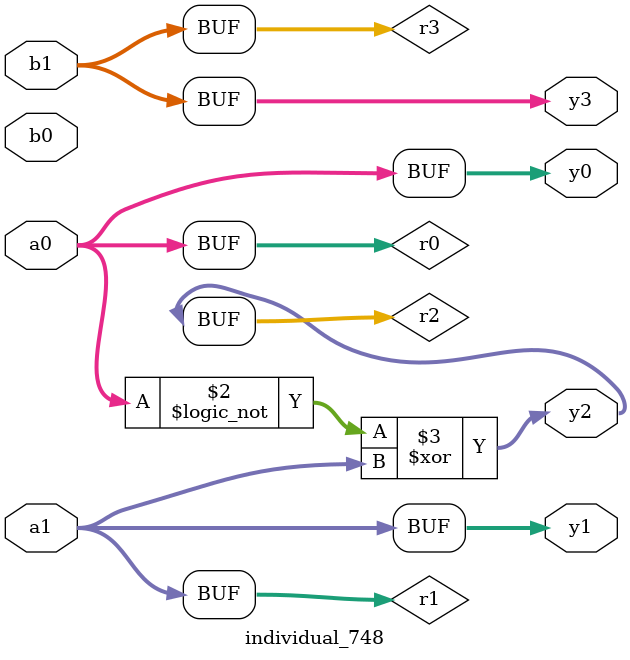
<source format=sv>
module individual_748(input logic [15:0] a1, input logic [15:0] a0, input logic [15:0] b1, input logic [15:0] b0, output logic [15:0] y3, output logic [15:0] y2, output logic [15:0] y1, output logic [15:0] y0);
logic [15:0] r0, r1, r2, r3; 
 always@(*) begin 
	 r0 = a0; r1 = a1; r2 = b0; r3 = b1; 
 	 r2 = ! r0 ;
 	 r2  ^=  r1 ;
 	 y3 = r3; y2 = r2; y1 = r1; y0 = r0; 
end
endmodule
</source>
